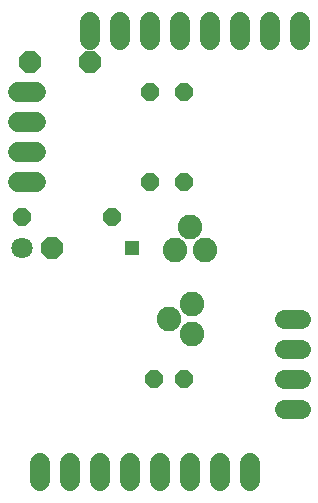
<source format=gbs>
G75*
G70*
%OFA0B0*%
%FSLAX24Y24*%
%IPPOS*%
%LPD*%
%AMOC8*
5,1,8,0,0,1.08239X$1,22.5*
%
%ADD10C,0.0680*%
%ADD11OC8,0.0600*%
%ADD12OC8,0.0710*%
%ADD13C,0.0710*%
%ADD14C,0.0820*%
%ADD15C,0.0640*%
%ADD16R,0.0476X0.0476*%
D10*
X001867Y001150D02*
X001867Y001750D01*
X002867Y001750D02*
X002867Y001150D01*
X003867Y001150D02*
X003867Y001750D01*
X004867Y001750D02*
X004867Y001150D01*
X005867Y001150D02*
X005867Y001750D01*
X006867Y001750D02*
X006867Y001150D01*
X007867Y001150D02*
X007867Y001750D01*
X008867Y001750D02*
X008867Y001150D01*
X001717Y011100D02*
X001117Y011100D01*
X001117Y012100D02*
X001717Y012100D01*
X001717Y013100D02*
X001117Y013100D01*
X001117Y014100D02*
X001717Y014100D01*
X003517Y015850D02*
X003517Y016450D01*
X004517Y016450D02*
X004517Y015850D01*
X005517Y015850D02*
X005517Y016450D01*
X006517Y016450D02*
X006517Y015850D01*
X007517Y015850D02*
X007517Y016450D01*
X008517Y016450D02*
X008517Y015850D01*
X009517Y015850D02*
X009517Y016450D01*
X010517Y016450D02*
X010517Y015850D01*
D11*
X006667Y014100D03*
X005517Y014100D03*
X005517Y011100D03*
X006667Y011100D03*
X004267Y009950D03*
X001267Y009950D03*
X005667Y004550D03*
X006667Y004550D03*
D12*
X002267Y008900D03*
X001517Y015100D03*
X003517Y015100D03*
D13*
X001267Y008900D03*
D14*
X006167Y006550D03*
X006917Y006050D03*
X006917Y007050D03*
X007367Y008850D03*
X006867Y009600D03*
X006367Y008850D03*
D15*
X009987Y006550D02*
X010547Y006550D01*
X010547Y005550D02*
X009987Y005550D01*
X009987Y004550D02*
X010547Y004550D01*
X010547Y003550D02*
X009987Y003550D01*
D16*
X004917Y008900D03*
M02*

</source>
